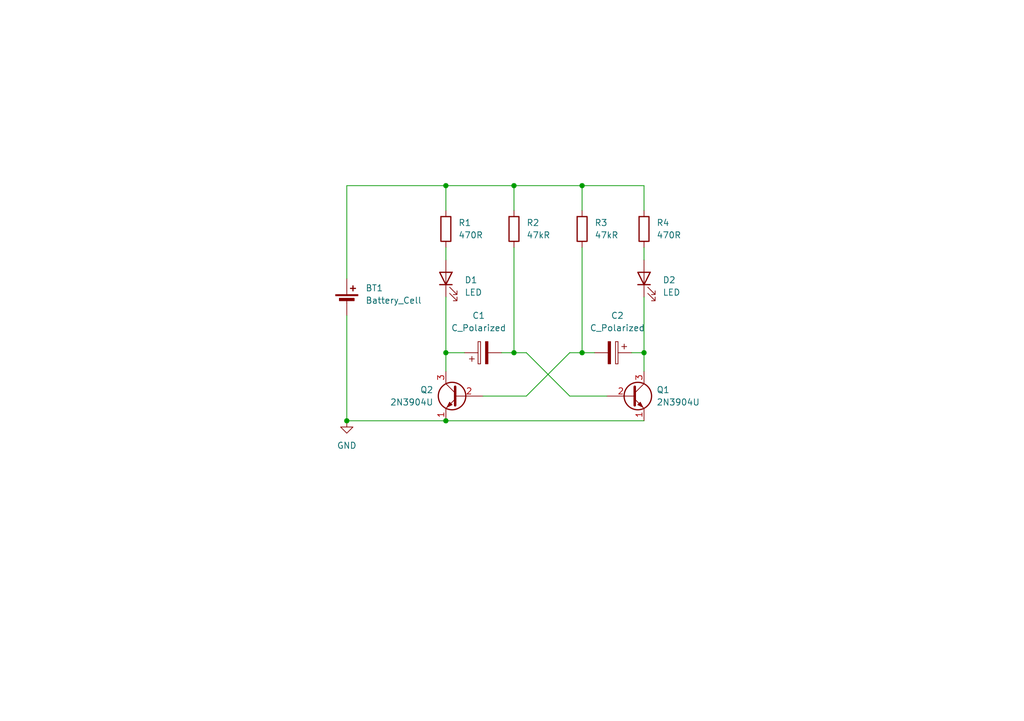
<source format=kicad_sch>
(kicad_sch (version 20231120) (generator "eeschema") (generator_version "8.0")
  (paper "A5")
  (lib_symbols
    (symbol "Device:Battery_Cell" (pin_numbers hide) (pin_names (offset 0) hide)
      (property "Reference" "BT" (at 2.54 2.54 0))
      (property "Value" "Battery_Cell" (at 2.54 0 0))
      (symbol "Battery_Cell_0_1"
        (rectangle (start -2.286 1.778) (end 2.286 1.524) (fill (type outline)))
        (rectangle (start -1.524 1.016) (end 1.524 0.508) (fill (type outline)))
        (polyline (pts (xy 0 0.762) (xy 0 0)))
        (polyline (pts (xy 0 1.778) (xy 0 2.54)))
        (polyline (pts (xy 0.762 3.048) (xy 1.778 3.048)) (stroke (width 0.254)))
        (polyline (pts (xy 1.27 3.556) (xy 1.27 2.54)) (stroke (width 0.254)))
      )
      (symbol "Battery_Cell_1_1"
        (pin passive line (at 0 5.08 270) (length 2.54) (name "+") (number "1"))
        (pin passive line (at 0 -2.54 90) (length 2.54) (name "-") (number "2"))
      )
    )
    (symbol "Device:C_Polarized" (pin_numbers hide) (pin_names (offset 0.254))
      (property "Reference" "C" (at 0.635 2.54 0))
      (property "Value" "C_Polarized" (at 0.635 -2.54 0))
      (symbol "C_Polarized_0_1"
        (rectangle (start -2.286 0.508) (end 2.286 1.016))
        (polyline (pts (xy -1.778 2.286) (xy -0.762 2.286)))
        (polyline (pts (xy -1.27 2.794) (xy -1.27 1.778)))
        (rectangle (start 2.286 -0.508) (end -2.286 -1.016) (fill (type outline)))
      )
      (symbol "C_Polarized_1_1"
        (pin passive line (at 0 3.81 270) (length 2.794) (name "~") (number "1"))
        (pin passive line (at 0 -3.81 90) (length 2.794) (name "~") (number "2"))
      )
    )
    (symbol "Device:LED" (pin_numbers hide) (pin_names (offset 1.016) hide)
      (property "Reference" "D" (at 0 2.54 0))
      (property "Value" "LED" (at 0 -2.54 0))
      (symbol "LED_0_1"
        (polyline (pts (xy -1.27 -1.27) (xy -1.27 1.27)) (stroke (width 0.254)))
        (polyline (pts (xy -1.27 0) (xy 1.27 0)))
        (polyline (pts (xy 1.27 -1.27) (xy 1.27 1.27) (xy -1.27 0) (xy 1.27 -1.27)) (stroke (width 0.254)))
        (polyline (pts (xy -3.048 -0.762) (xy -4.572 -2.286) (xy -3.81 -2.286) (xy -4.572 -2.286) (xy -4.572 -1.524)))
        (polyline (pts (xy -1.778 -0.762) (xy -3.302 -2.286) (xy -2.54 -2.286) (xy -3.302 -2.286) (xy -3.302 -1.524)))
      )
      (symbol "LED_1_1"
        (pin passive line (at -3.81 0 0) (length 2.54) (name "K") (number "1"))
        (pin passive line (at 3.81 0 180) (length 2.54) (name "A") (number "2"))
      )
    )
    (symbol "Device:R" (pin_numbers hide) (pin_names (offset 0))
      (property "Reference" "R" (at 2.032 0 90))
      (property "Value" "R" (at 0 0 90))
      (symbol "R_0_1"
        (rectangle (start -1.016 -2.54) (end 1.016 2.54) (stroke (width 0.254)))
      )
      (symbol "R_1_1"
        (pin passive line (at 0 3.81 270) (length 1.27) (name "~") (number "1"))
        (pin passive line (at 0 -3.81 90) (length 1.27) (name "~") (number "2"))
      )
    )
    (symbol "Transistor_BJT:2N3904" (pin_names (offset 0) hide)
      (property "Reference" "Q" (at 5.08 1.905 0))
      (property "Value" "2N3904" (at 5.08 0 0))
      (symbol "2N3904_0_1"
        (polyline (pts (xy 0.635 0.635) (xy 2.54 2.54)))
        (polyline (pts (xy 0.635 -0.635) (xy 2.54 -2.54) (xy 2.54 -2.54)))
        (polyline (pts (xy 0.635 1.905) (xy 0.635 -1.905) (xy 0.635 -1.905)) (stroke (width 0.508)))
        (polyline (pts (xy 1.27 -1.778) (xy 1.778 -1.27) (xy 2.286 -2.286) (xy 1.27 -1.778) (xy 1.27 -1.778)) (fill (type outline)))
        (circle (center 1.27 0) (radius 2.8194) (stroke (width 0.254)))
      )
      (symbol "2N3904_1_1"
        (pin passive line (at 2.54 -5.08 90) (length 2.54) (name "E") (number "1"))
        (pin passive line (at -5.08 0 0) (length 5.715) (name "B") (number "2"))
        (pin passive line (at 2.54 5.08 270) (length 2.54) (name "C") (number "3"))
      )
    )
    (symbol "power:GND" (power) (pin_numbers hide) (pin_names (offset 0) hide)
      (property "Value" "GND" (at 0 -3.81 0))
      (symbol "GND_0_1"
        (polyline (pts (xy 0 0) (xy 0 -1.27) (xy 1.27 -1.27) (xy 0 -2.54) (xy -1.27 -1.27) (xy 0 -1.27)))
      )
      (symbol "GND_1_1"
        (pin power_in line (at 0 0 270) (length 0) (name "~") (number "1"))
      )
    )
  )
  (junction (at 105.41 72.39))
  (junction (at 105.41 38.1))
  (junction (at 71.12 86.36))
  (junction (at 119.38 38.1))
  (junction (at 132.08 72.39))
  (junction (at 119.38 72.39))
  (junction (at 91.44 72.39))
  (junction (at 91.44 38.1))
  (junction (at 91.44 86.36))
  (wire (pts (xy 91.44 38.1) (xy 91.44 43.18)))
  (wire (pts (xy 105.41 38.1) (xy 119.38 38.1)))
  (wire (pts (xy 71.12 64.77) (xy 71.12 86.36)))
  (wire (pts (xy 124.46 81.28) (xy 116.84 81.28)))
  (wire (pts (xy 91.44 86.36) (xy 132.08 86.36)))
  (wire (pts (xy 119.38 72.39) (xy 121.92 72.39)))
  (wire (pts (xy 132.08 72.39) (xy 132.08 76.2)))
  (wire (pts (xy 119.38 38.1) (xy 132.08 38.1)))
  (wire (pts (xy 91.44 38.1) (xy 105.41 38.1)))
  (wire (pts (xy 119.38 50.8) (xy 119.38 72.39)))
  (wire (pts (xy 107.95 72.39) (xy 105.41 72.39)))
  (wire (pts (xy 132.08 38.1) (xy 132.08 43.18)))
  (wire (pts (xy 132.08 72.39) (xy 132.08 60.96)))
  (wire (pts (xy 116.84 81.28) (xy 107.95 72.39)))
  (wire (pts (xy 91.44 72.39) (xy 95.25 72.39)))
  (wire (pts (xy 71.12 38.1) (xy 91.44 38.1)))
  (wire (pts (xy 107.95 81.28) (xy 116.84 72.39)))
  (wire (pts (xy 71.12 57.15) (xy 71.12 38.1)))
  (wire (pts (xy 132.08 50.8) (xy 132.08 53.34)))
  (wire (pts (xy 116.84 72.39) (xy 119.38 72.39)))
  (wire (pts (xy 105.41 72.39) (xy 102.87 72.39)))
  (wire (pts (xy 105.41 50.8) (xy 105.41 72.39)))
  (wire (pts (xy 91.44 60.96) (xy 91.44 72.39)))
  (wire (pts (xy 119.38 38.1) (xy 119.38 43.18)))
  (wire (pts (xy 105.41 38.1) (xy 105.41 43.18)))
  (wire (pts (xy 91.44 72.39) (xy 91.44 76.2)))
  (wire (pts (xy 71.12 86.36) (xy 91.44 86.36)))
  (wire (pts (xy 129.54 72.39) (xy 132.08 72.39)))
  (wire (pts (xy 99.06 81.28) (xy 107.95 81.28)))
  (wire (pts (xy 91.44 50.8) (xy 91.44 53.34)))
  (symbol (lib_id "Device:LED") (at 132.08 57.15 90) (unit 1)
    (property "Reference" "D2" (at 135.89 57.4674 90) (effects (justify right)))
    (property "Value" "LED" (at 135.89 60.0074 90) (effects (justify right)))
    (property "Footprint" "LED_SMD:LED_1206_3216Metric" (effects (hide yes)))
    (property "Description" "Light emitting diode" (effects (hide yes)))
  )
  (symbol (lib_id "Device:R") (at 105.41 46.99 0) (unit 1)
    (property "Reference" "R2" (at 107.95 45.7199 0) (effects (justify left)))
    (property "Value" "47kR" (at 107.95 48.2599 0) (effects (justify left)))
    (property "Footprint" "Resistor_SMD:R_0805_2012Metric" (effects (hide yes)))
    (property "Description" "Resistor" (effects (hide yes)))
  )
  (symbol (lib_id "Device:C_Polarized") (at 125.73 72.39 270) (unit 1)
    (property "Reference" "C2" (at 126.619 64.77 90))
    (property "Value" "C_Polarized" (at 126.619 67.31 90))
    (property "Footprint" "Capacitor_SMD:C_0805_2012Metric" (effects (hide yes)))
    (property "Description" "Polarized capacitor" (effects (hide yes)))
  )
  (symbol (lib_id "Device:R") (at 132.08 46.99 0) (unit 1)
    (property "Reference" "R4" (at 134.62 45.7199 0) (effects (justify left)))
    (property "Value" "470R" (at 134.62 48.2599 0) (effects (justify left)))
    (property "Footprint" "Resistor_SMD:R_0805_2012Metric" (effects (hide yes)))
    (property "Description" "Resistor" (effects (hide yes)))
  )
  (symbol (lib_id "Transistor_BJT:2N3904") (at 93.98 81.28 0) (mirror y) (unit 1)
    (property "Reference" "Q2" (at 88.9 80.0099 0) (effects (justify left)))
    (property "Value" "2N3904U" (at 88.9 82.5499 0) (effects (justify left)))
    (property "Footprint" "Package_TO_SOT_SMD:SOT-89-3" (effects (hide yes)))
    (property "Datasheet" "https://www.onsemi.com/pub/Collateral/2N3903-D.PDF" (effects (hide yes)))
    (property "Description" "0.2A Ic, 40V Vce, Small Signal NPN Transistor, TO-92" (effects (hide yes)))
  )
  (symbol (lib_id "Device:LED") (at 91.44 57.15 90) (unit 1)
    (property "Reference" "D1" (at 95.25 57.4674 90) (effects (justify right)))
    (property "Value" "LED" (at 95.25 60.0074 90) (effects (justify right)))
    (property "Footprint" "LED_SMD:LED_1206_3216Metric" (effects (hide yes)))
    (property "Description" "Light emitting diode" (effects (hide yes)))
  )
  (symbol (lib_id "power:GND") (at 71.12 86.36 0) (unit 1)
    (property "Reference" "#PWR01" (effects (hide yes)))
    (property "Value" "GND" (at 71.12 91.44 0))
    (property "Description" "Power symbol creates a global label with name \"GND\" , ground" (effects (hide yes)))
  )
  (symbol (lib_id "Transistor_BJT:2N3904") (at 129.54 81.28 0) (unit 1)
    (property "Reference" "Q1" (at 134.62 80.0099 0) (effects (justify left)))
    (property "Value" "2N3904U" (at 134.62 82.5499 0) (effects (justify left)))
    (property "Footprint" "Package_TO_SOT_SMD:SOT-89-3" (effects (hide yes)))
    (property "Datasheet" "https://www.onsemi.com/pub/Collateral/2N3903-D.PDF" (effects (hide yes)))
    (property "Description" "0.2A Ic, 40V Vce, Small Signal NPN Transistor, TO-92" (effects (hide yes)))
  )
  (symbol (lib_id "Device:Battery_Cell") (at 71.12 62.23 0) (unit 1)
    (property "Reference" "BT1" (at 74.93 59.1184 0) (effects (justify left)))
    (property "Value" "Battery_Cell" (at 74.93 61.6584 0) (effects (justify left)))
    (property "Footprint" "Soso:BATTERY holder CR2032 SMD" (effects (hide yes)))
    (property "Description" "Single-cell battery" (effects (hide yes)))
  )
  (symbol (lib_id "Device:R") (at 119.38 46.99 0) (unit 1)
    (property "Reference" "R3" (at 121.92 45.7199 0) (effects (justify left)))
    (property "Value" "47kR" (at 121.92 48.2599 0) (effects (justify left)))
    (property "Footprint" "Resistor_SMD:R_0805_2012Metric" (effects (hide yes)))
    (property "Description" "Resistor" (effects (hide yes)))
  )
  (symbol (lib_id "Device:R") (at 91.44 46.99 0) (unit 1)
    (property "Reference" "R1" (at 93.98 45.7199 0) (effects (justify left)))
    (property "Value" "470R" (at 93.98 48.2599 0) (effects (justify left)))
    (property "Footprint" "Resistor_SMD:R_0805_2012Metric" (effects (hide yes)))
    (property "Description" "Resistor" (effects (hide yes)))
  )
  (symbol (lib_id "Device:C_Polarized") (at 99.06 72.39 90) (unit 1)
    (property "Reference" "C1" (at 98.171 64.77 90))
    (property "Value" "C_Polarized" (at 98.171 67.31 90))
    (property "Footprint" "Capacitor_SMD:C_0805_2012Metric" (effects (hide yes)))
    (property "Description" "Polarized capacitor" (effects (hide yes)))
  )
)
</source>
